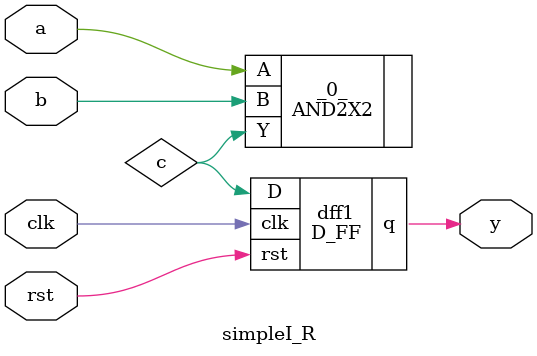
<source format=v>
/* Generated by Yosys 0.6 (git sha1 UNKNOWN, clang 3.4-1ubuntu3 -fPIC -Os) */

module D_FF(D, clk, rst, q);
  wire _0_;
  input D;
  input clk;
  output q;
  input rst;
  AND2X2 _1_ (
    .A(D),
    .B(rst),
    .Y(_0_)
  );
  DFFPOSX1 _2_ (
    .CLK(clk),
    .D(_0_),
    .Q(q)
  );
endmodule

module simpleI_R(a, b, clk, rst, y);
  input a;
  input b;
  wire c;
  input clk;
  input rst;
  output y;
  AND2X2 _0_ (
    .A(a),
    .B(b),
    .Y(c)
  );
  D_FF dff1 (
    .D(c),
    .clk(clk),
    .q(y),
    .rst(rst)
  );
endmodule

</source>
